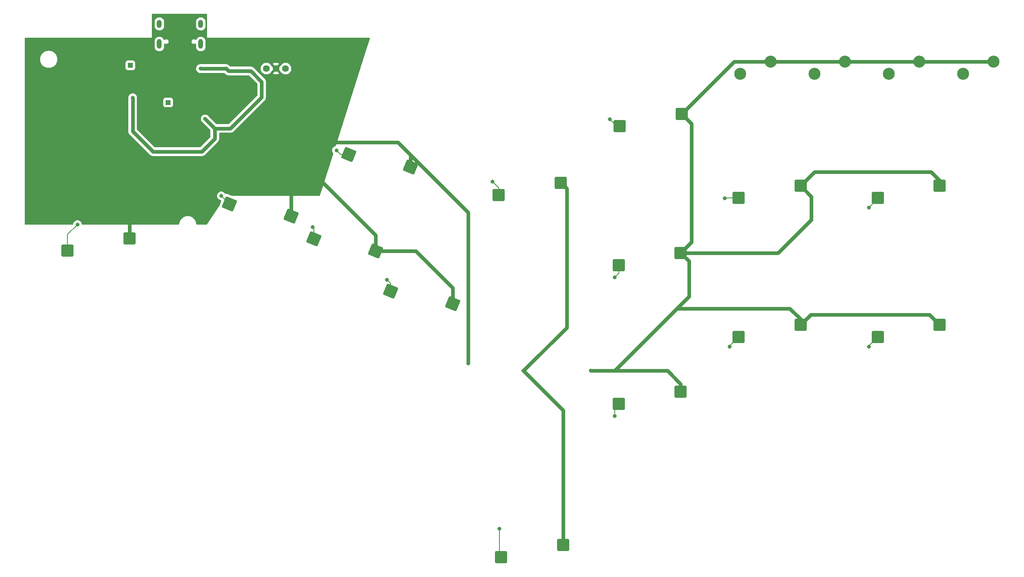
<source format=gbl>
G04 #@! TF.GenerationSoftware,KiCad,Pcbnew,8.0.4*
G04 #@! TF.CreationDate,2024-07-30T01:48:29-07:00*
G04 #@! TF.ProjectId,leverless_controller_3board,6c657665-726c-4657-9373-5f636f6e7472,rev?*
G04 #@! TF.SameCoordinates,Original*
G04 #@! TF.FileFunction,Copper,L2,Bot*
G04 #@! TF.FilePolarity,Positive*
%FSLAX46Y46*%
G04 Gerber Fmt 4.6, Leading zero omitted, Abs format (unit mm)*
G04 Created by KiCad (PCBNEW 8.0.4) date 2024-07-30 01:48:29*
%MOMM*%
%LPD*%
G01*
G04 APERTURE LIST*
G04 Aperture macros list*
%AMRoundRect*
0 Rectangle with rounded corners*
0 $1 Rounding radius*
0 $2 $3 $4 $5 $6 $7 $8 $9 X,Y pos of 4 corners*
0 Add a 4 corners polygon primitive as box body*
4,1,4,$2,$3,$4,$5,$6,$7,$8,$9,$2,$3,0*
0 Add four circle primitives for the rounded corners*
1,1,$1+$1,$2,$3*
1,1,$1+$1,$4,$5*
1,1,$1+$1,$6,$7*
1,1,$1+$1,$8,$9*
0 Add four rect primitives between the rounded corners*
20,1,$1+$1,$2,$3,$4,$5,0*
20,1,$1+$1,$4,$5,$6,$7,0*
20,1,$1+$1,$6,$7,$8,$9,0*
20,1,$1+$1,$8,$9,$2,$3,0*%
G04 Aperture macros list end*
G04 #@! TA.AperFunction,SMDPad,CuDef*
%ADD10RoundRect,0.250000X-1.025000X-1.000000X1.025000X-1.000000X1.025000X1.000000X-1.025000X1.000000X0*%
G04 #@! TD*
G04 #@! TA.AperFunction,ComponentPad*
%ADD11C,0.600000*%
G04 #@! TD*
G04 #@! TA.AperFunction,ComponentPad*
%ADD12C,2.500000*%
G04 #@! TD*
G04 #@! TA.AperFunction,SMDPad,CuDef*
%ADD13RoundRect,0.250000X-1.329660X-0.531629X0.564293X-1.316130X1.329660X0.531629X-0.564293X1.316130X0*%
G04 #@! TD*
G04 #@! TA.AperFunction,ComponentPad*
%ADD14C,1.400000*%
G04 #@! TD*
G04 #@! TA.AperFunction,ComponentPad*
%ADD15R,1.000000X1.000000*%
G04 #@! TD*
G04 #@! TA.AperFunction,ComponentPad*
%ADD16O,1.000000X2.000000*%
G04 #@! TD*
G04 #@! TA.AperFunction,ComponentPad*
%ADD17O,1.000000X1.700000*%
G04 #@! TD*
G04 #@! TA.AperFunction,ViaPad*
%ADD18C,0.800000*%
G04 #@! TD*
G04 #@! TA.AperFunction,Conductor*
%ADD19C,0.800000*%
G04 #@! TD*
G04 #@! TA.AperFunction,Conductor*
%ADD20C,0.150000*%
G04 #@! TD*
G04 APERTURE END LIST*
D10*
G04 #@! TO.P,SW9_HK1,1,1*
G04 #@! TO.N,/Buttons/R2*
X221848943Y-87460000D03*
G04 #@! TO.P,SW9_HK1,2,2*
G04 #@! TO.N,GND*
X234775943Y-84920000D03*
G04 #@! TD*
D11*
G04 #@! TO.P,,57,GND*
G04 #@! TO.N,GND*
X83700000Y-36840000D03*
G04 #@! TD*
G04 #@! TO.P,,57,GND*
G04 #@! TO.N,GND*
X85732000Y-36840000D03*
G04 #@! TD*
D12*
G04 #@! TO.P,SW11_START1,1,1*
G04 #@! TO.N,/Buttons/S2*
X193190000Y-32540000D03*
G04 #@! TO.P,SW11_START1,2,2*
G04 #@! TO.N,GND*
X199540000Y-30000000D03*
G04 #@! TD*
D11*
G04 #@! TO.P,,57,GND*
G04 #@! TO.N,GND*
X85732000Y-35824000D03*
G04 #@! TD*
G04 #@! TO.P,,57,GND*
G04 #@! TO.N,GND*
X85732000Y-37856000D03*
G04 #@! TD*
D13*
G04 #@! TO.P,SW20_RIGHT1,1,1*
G04 #@! TO.N,RIGHT*
X120330272Y-77942034D03*
G04 #@! TO.P,SW20_RIGHT1,2,2*
G04 #@! TO.N,GND*
X133245279Y-80542329D03*
G04 #@! TD*
G04 #@! TO.P,SW18_DOWN1,1,1*
G04 #@! TO.N,DOWN*
X104261101Y-66956396D03*
G04 #@! TO.P,SW18_DOWN1,2,2*
G04 #@! TO.N,GND*
X117176108Y-69556691D03*
G04 #@! TD*
D14*
G04 #@! TO.P,J2,1,Pin_1*
G04 #@! TO.N,/Main/SWCLK*
X98380000Y-31430000D03*
G04 #@! TO.P,J2,2,Pin_2*
G04 #@! TO.N,GND*
X96380000Y-31430000D03*
G04 #@! TO.P,J2,3,Pin_3*
G04 #@! TO.N,/Main/SWDIO*
X94380000Y-31430000D03*
G04 #@! TD*
D13*
G04 #@! TO.P,SW17_W1,1,1*
G04 #@! TO.N,W*
X111551220Y-49356491D03*
G04 #@! TO.P,SW17_W1,2,2*
G04 #@! TO.N,GND*
X124466227Y-51956786D03*
G04 #@! TD*
D10*
G04 #@! TO.P,SW3_MK1,1,1*
G04 #@! TO.N,/Buttons/B2*
X192848943Y-87460000D03*
G04 #@! TO.P,SW3_MK1,2,2*
G04 #@! TO.N,GND*
X205775943Y-84920000D03*
G04 #@! TD*
D15*
G04 #@! TO.P,TP1,1,1*
G04 #@! TO.N,+3.3V*
X66000000Y-30750000D03*
G04 #@! TD*
G04 #@! TO.P,TP2,1,1*
G04 #@! TO.N,+1V1*
X73900000Y-38500000D03*
G04 #@! TD*
D10*
G04 #@! TO.P,SW2_LK1,1,1*
G04 #@! TO.N,/Buttons/B1*
X167848943Y-101460000D03*
G04 #@! TO.P,SW2_LK1,2,2*
G04 #@! TO.N,GND*
X180775943Y-98920000D03*
G04 #@! TD*
G04 #@! TO.P,SW8_DP1,1,1*
G04 #@! TO.N,L2*
X52915000Y-69451696D03*
G04 #@! TO.P,SW8_DP1,2,2*
G04 #@! TO.N,GND*
X65842000Y-66911696D03*
G04 #@! TD*
G04 #@! TO.P,SW12_THROW1,1,1*
G04 #@! TO.N,/Buttons/L3*
X142830906Y-57814124D03*
G04 #@! TO.P,SW12_THROW1,2,2*
G04 #@! TO.N,GND*
X155757906Y-55274124D03*
G04 #@! TD*
D11*
G04 #@! TO.P,,57,GND*
G04 #@! TO.N,GND*
X84716000Y-37856000D03*
G04 #@! TD*
G04 #@! TO.P,,57,GND*
G04 #@! TO.N,GND*
X84716000Y-35824000D03*
G04 #@! TD*
G04 #@! TO.P,,57,GND*
G04 #@! TO.N,GND*
X84716000Y-36840000D03*
G04 #@! TD*
D16*
G04 #@! TO.P,J1,S1,SHIELD*
G04 #@! TO.N,Net-(J1-SHIELD)*
X80700000Y-26295000D03*
D17*
X80700000Y-22100000D03*
D16*
X72060000Y-26295000D03*
D17*
X72060000Y-22100000D03*
G04 #@! TD*
D10*
G04 #@! TO.P,SW5_MP1,1,1*
G04 #@! TO.N,/Buttons/B4*
X192848943Y-58460000D03*
G04 #@! TO.P,SW5_MP1,2,2*
G04 #@! TO.N,GND*
X205775943Y-55920000D03*
G04 #@! TD*
G04 #@! TO.P,SW6_DI1,1,1*
G04 #@! TO.N,/Buttons/L1*
X168029257Y-43460561D03*
G04 #@! TO.P,SW6_DI1,2,2*
G04 #@! TO.N,GND*
X180956257Y-40920561D03*
G04 #@! TD*
D13*
G04 #@! TO.P,SW19_LEFT1,1,1*
G04 #@! TO.N,LEFT*
X86661196Y-59666277D03*
G04 #@! TO.P,SW19_LEFT1,2,2*
G04 #@! TO.N,GND*
X99576203Y-62266572D03*
G04 #@! TD*
D10*
G04 #@! TO.P,SW4_LP1,1,1*
G04 #@! TO.N,/Buttons/B3*
X167848943Y-72460000D03*
G04 #@! TO.P,SW4_LP1,2,2*
G04 #@! TO.N,GND*
X180775943Y-69920000D03*
G04 #@! TD*
G04 #@! TO.P,SW7_HP1,1,1*
G04 #@! TO.N,/Buttons/R1*
X221848943Y-58460000D03*
G04 #@! TO.P,SW7_HP1,2,2*
G04 #@! TO.N,GND*
X234775943Y-55920000D03*
G04 #@! TD*
G04 #@! TO.P,SW16_SPACE1,1,1*
G04 #@! TO.N,/Buttons/SPACE*
X143355000Y-133470000D03*
G04 #@! TO.P,SW16_SPACE1,2,2*
G04 #@! TO.N,GND*
X156282000Y-130930000D03*
G04 #@! TD*
D12*
G04 #@! TO.P,SW10_SHARE1,1,1*
G04 #@! TO.N,/Buttons/S1*
X208690000Y-32540000D03*
G04 #@! TO.P,SW10_SHARE1,2,2*
G04 #@! TO.N,GND*
X215040000Y-30000000D03*
G04 #@! TD*
D11*
G04 #@! TO.P,,57,GND*
G04 #@! TO.N,GND*
X83700000Y-37856000D03*
G04 #@! TD*
G04 #@! TO.P,,57,GND*
G04 #@! TO.N,GND*
X83700000Y-35824000D03*
G04 #@! TD*
D12*
G04 #@! TO.P,SW15_TOUCHPAD1,1,1*
G04 #@! TO.N,/Buttons/A2*
X239690000Y-32540000D03*
G04 #@! TO.P,SW15_TOUCHPAD1,2,2*
G04 #@! TO.N,GND*
X246040000Y-30000000D03*
G04 #@! TD*
G04 #@! TO.P,SW14_PS1,1,1*
G04 #@! TO.N,/Buttons/A1*
X224190000Y-32540000D03*
G04 #@! TO.P,SW14_PS1,2,2*
G04 #@! TO.N,GND*
X230540000Y-30000000D03*
G04 #@! TD*
D18*
G04 #@! TO.N,GND*
X89380000Y-43430000D03*
X88500000Y-29000000D03*
X76778500Y-41602500D03*
X71880000Y-33930000D03*
X81668000Y-45222000D03*
X136500000Y-93000000D03*
X70873000Y-31252000D03*
X89669000Y-38364000D03*
X148000000Y-94500000D03*
X91880000Y-34430000D03*
X162000000Y-94500000D03*
X54880000Y-39930000D03*
X78880000Y-30930000D03*
X68968000Y-39761000D03*
X98813000Y-35189000D03*
G04 #@! TO.N,+3.3V*
X66500000Y-37500000D03*
X81630000Y-41930000D03*
X93380000Y-34180000D03*
X80630000Y-31430000D03*
X86880000Y-43930000D03*
X86000000Y-31430000D03*
G04 #@! TO.N,/Buttons/L3*
X141500000Y-55000000D03*
G04 #@! TO.N,/Buttons/L1*
X166000000Y-42000000D03*
G04 #@! TO.N,/Buttons/R1*
X220000000Y-60500000D03*
G04 #@! TO.N,/Buttons/B4*
X190000000Y-58500000D03*
G04 #@! TO.N,/Buttons/B3*
X167000000Y-75000000D03*
G04 #@! TO.N,/Buttons/R2*
X220000000Y-89500000D03*
G04 #@! TO.N,/Buttons/B2*
X191000000Y-89500000D03*
G04 #@! TO.N,/Buttons/B1*
X167000000Y-104000000D03*
G04 #@! TO.N,/Buttons/SPACE*
X143000000Y-127500000D03*
G04 #@! TO.N,DOWN*
X104000000Y-64500000D03*
G04 #@! TO.N,RIGHT*
X119500000Y-75500000D03*
G04 #@! TO.N,LEFT*
X85000000Y-58000000D03*
G04 #@! TO.N,L2*
X55000000Y-64000000D03*
G04 #@! TO.N,W*
X109000000Y-48500000D03*
G04 #@! TD*
D19*
G04 #@! TO.N,GND*
X117176108Y-66176108D02*
X105000000Y-54000000D01*
X208000000Y-63000000D02*
X201080000Y-69920000D01*
X233000000Y-53000000D02*
X208695943Y-53000000D01*
X207880943Y-82815000D02*
X205775943Y-84920000D01*
X183000000Y-42964304D02*
X180956257Y-40920561D01*
X208695943Y-53000000D02*
X205775943Y-55920000D01*
X201080000Y-69920000D02*
X190775943Y-69920000D01*
X178000000Y-94500000D02*
X162000000Y-94500000D01*
X167000000Y-94500000D02*
X162000000Y-94500000D01*
X234775943Y-84920000D02*
X232670943Y-82815000D01*
X182500000Y-79000000D02*
X167000000Y-94500000D01*
X124466227Y-51956786D02*
X124466227Y-49466227D01*
X234775943Y-54775943D02*
X233000000Y-53000000D01*
X157000000Y-56516218D02*
X155757906Y-55274124D01*
X124466227Y-49466227D02*
X121800000Y-46800000D01*
X121800000Y-46800000D02*
X108200000Y-46800000D01*
X191876818Y-30000000D02*
X180956257Y-40920561D01*
X117176108Y-69556691D02*
X117176108Y-66176108D01*
X99576203Y-62266572D02*
X99576203Y-57076203D01*
X180775943Y-98920000D02*
X180775943Y-97275943D01*
X246040000Y-30000000D02*
X199540000Y-30000000D01*
X148000000Y-94500000D02*
X157000000Y-85500000D01*
X232670943Y-82815000D02*
X207880943Y-82815000D01*
X205775943Y-55920000D02*
X208000000Y-58144057D01*
X136500000Y-61500000D02*
X121800000Y-46800000D01*
X234775943Y-55920000D02*
X234775943Y-54775943D01*
X133245279Y-80542329D02*
X133245279Y-77245279D01*
X182500000Y-71644057D02*
X182500000Y-79000000D01*
X180775943Y-69920000D02*
X182500000Y-71644057D01*
X180775943Y-97275943D02*
X178000000Y-94500000D01*
X65842000Y-63158000D02*
X66000000Y-63000000D01*
X156282000Y-130930000D02*
X156282000Y-102782000D01*
X180775943Y-69920000D02*
X183000000Y-67695943D01*
X199540000Y-30000000D02*
X191876818Y-30000000D01*
X208000000Y-58144057D02*
X208000000Y-63000000D01*
X157000000Y-85500000D02*
X157000000Y-56516218D01*
X65842000Y-66911696D02*
X65842000Y-63158000D01*
X205775943Y-83775943D02*
X203500000Y-81500000D01*
X203500000Y-81500000D02*
X180000000Y-81500000D01*
X156282000Y-102782000D02*
X148000000Y-94500000D01*
X136500000Y-93000000D02*
X136500000Y-61500000D01*
X205775943Y-84920000D02*
X205775943Y-83775943D01*
X180775943Y-69920000D02*
X190775943Y-69920000D01*
X125556691Y-69556691D02*
X117176108Y-69556691D01*
X133245279Y-77245279D02*
X125556691Y-69556691D01*
X180000000Y-81500000D02*
X167000000Y-94500000D01*
X183000000Y-67695943D02*
X183000000Y-42964304D01*
G04 #@! TO.N,+3.3V*
X91130000Y-31930000D02*
X93380000Y-34180000D01*
X83630000Y-46054000D02*
X83630000Y-43930000D01*
X93380000Y-37430000D02*
X86880000Y-43930000D01*
X93380000Y-34180000D02*
X93380000Y-37430000D01*
X70746000Y-48778000D02*
X80906000Y-48778000D01*
X86000000Y-31430000D02*
X80630000Y-31430000D01*
X86880000Y-43930000D02*
X83630000Y-43930000D01*
X66500000Y-44532000D02*
X70746000Y-48778000D01*
X86000000Y-31430000D02*
X86500000Y-31930000D01*
X66500000Y-37500000D02*
X66500000Y-44532000D01*
X83630000Y-43930000D02*
X81630000Y-41930000D01*
X80906000Y-48778000D02*
X83630000Y-46054000D01*
X86500000Y-31930000D02*
X91130000Y-31930000D01*
D20*
G04 #@! TO.N,/Buttons/L3*
X142830906Y-56330906D02*
X141500000Y-55000000D01*
X142830906Y-57814124D02*
X142830906Y-56330906D01*
G04 #@! TO.N,/Buttons/L1*
X167460561Y-43460561D02*
X166000000Y-42000000D01*
X168029257Y-43460561D02*
X167460561Y-43460561D01*
G04 #@! TO.N,/Buttons/R1*
X221848943Y-58460000D02*
X221848943Y-57848943D01*
X221848943Y-58460000D02*
X221848943Y-58651057D01*
X221848943Y-58651057D02*
X220000000Y-60500000D01*
G04 #@! TO.N,/Buttons/B4*
X192848943Y-58460000D02*
X190040000Y-58460000D01*
G04 #@! TO.N,/Buttons/B3*
X167848943Y-72460000D02*
X167848943Y-74151057D01*
X167848943Y-74151057D02*
X167000000Y-75000000D01*
G04 #@! TO.N,/Buttons/R2*
X220000000Y-89308943D02*
X221848943Y-87460000D01*
X220000000Y-89500000D02*
X220000000Y-89308943D01*
G04 #@! TO.N,/Buttons/B2*
X191000000Y-89500000D02*
X191000000Y-89308943D01*
X191000000Y-89308943D02*
X192848943Y-87460000D01*
G04 #@! TO.N,/Buttons/B1*
X167000000Y-102308943D02*
X167848943Y-101460000D01*
X167000000Y-104000000D02*
X167000000Y-102308943D01*
G04 #@! TO.N,/Buttons/SPACE*
X143000000Y-127500000D02*
X143000000Y-133115000D01*
X143000000Y-133115000D02*
X143355000Y-133470000D01*
G04 #@! TO.N,DOWN*
X104261101Y-64761101D02*
X104261101Y-66956396D01*
X104000000Y-64500000D02*
X104261101Y-64761101D01*
G04 #@! TO.N,RIGHT*
X120330272Y-76330272D02*
X119500000Y-75500000D01*
X120330272Y-77942034D02*
X120330272Y-76330272D01*
G04 #@! TO.N,LEFT*
X86661196Y-59666277D02*
X85000000Y-58005081D01*
X85000000Y-58005081D02*
X85000000Y-58000000D01*
G04 #@! TO.N,L2*
X52915000Y-66085000D02*
X55000000Y-64000000D01*
X52915000Y-69451696D02*
X52915000Y-66085000D01*
G04 #@! TO.N,W*
X109856491Y-49356491D02*
X109000000Y-48500000D01*
X111551220Y-49356491D02*
X109856491Y-49356491D01*
G04 #@! TD*
G04 #@! TA.AperFunction,Conductor*
G04 #@! TO.N,GND*
G36*
X81943039Y-20019685D02*
G01*
X81988794Y-20072489D01*
X82000000Y-20124000D01*
X82000000Y-25000000D01*
X115830420Y-25000000D01*
X115897459Y-25019685D01*
X115943214Y-25072489D01*
X115953158Y-25141647D01*
X115948583Y-25161594D01*
X115040237Y-28016398D01*
X108824138Y-47552705D01*
X108785053Y-47610620D01*
X108731761Y-47636397D01*
X108720199Y-47638854D01*
X108720192Y-47638857D01*
X108547270Y-47715848D01*
X108547265Y-47715851D01*
X108394129Y-47827111D01*
X108267466Y-47967785D01*
X108172821Y-48131715D01*
X108172818Y-48131722D01*
X108114327Y-48311740D01*
X108114326Y-48311744D01*
X108094540Y-48500000D01*
X108114326Y-48688256D01*
X108114327Y-48688259D01*
X108172818Y-48868277D01*
X108172821Y-48868284D01*
X108267467Y-49032216D01*
X108283383Y-49049892D01*
X108313613Y-49112883D01*
X108309397Y-49170462D01*
X105527492Y-57913597D01*
X105488407Y-57971512D01*
X105424216Y-57999103D01*
X105409329Y-58000000D01*
X87237388Y-58000000D01*
X87189935Y-57990561D01*
X86337903Y-57637638D01*
X86238929Y-57608006D01*
X86238927Y-57608005D01*
X86238922Y-57608004D01*
X86238919Y-57608003D01*
X86238916Y-57608003D01*
X86063945Y-57595256D01*
X85912497Y-57619695D01*
X85843178Y-57610941D01*
X85789596Y-57566100D01*
X85785357Y-57559278D01*
X85783816Y-57556608D01*
X85732533Y-57467784D01*
X85605871Y-57327112D01*
X85605870Y-57327111D01*
X85452734Y-57215851D01*
X85452729Y-57215848D01*
X85279807Y-57138857D01*
X85279802Y-57138855D01*
X85134001Y-57107865D01*
X85094646Y-57099500D01*
X84905354Y-57099500D01*
X84872897Y-57106398D01*
X84720197Y-57138855D01*
X84720192Y-57138857D01*
X84547270Y-57215848D01*
X84547265Y-57215851D01*
X84394129Y-57327111D01*
X84267466Y-57467785D01*
X84172821Y-57631715D01*
X84172818Y-57631722D01*
X84114327Y-57811740D01*
X84114326Y-57811744D01*
X84094540Y-58000000D01*
X84114326Y-58188256D01*
X84114327Y-58188259D01*
X84172818Y-58368277D01*
X84172821Y-58368284D01*
X84267467Y-58532216D01*
X84394129Y-58672888D01*
X84547265Y-58784148D01*
X84547270Y-58784151D01*
X84720192Y-58861142D01*
X84720197Y-58861144D01*
X84898529Y-58899049D01*
X84960010Y-58932241D01*
X84993787Y-58993404D01*
X84989135Y-59063119D01*
X84987309Y-59067792D01*
X84619027Y-59956905D01*
X84589395Y-60055879D01*
X84589392Y-60055892D01*
X84586858Y-60090685D01*
X84566360Y-60150458D01*
X82036811Y-63944783D01*
X81983246Y-63989644D01*
X81933637Y-64000000D01*
X79904288Y-64000000D01*
X79837249Y-63980315D01*
X79791494Y-63927511D01*
X79781351Y-63887281D01*
X79781030Y-63887324D01*
X79780667Y-63884569D01*
X79780554Y-63884120D01*
X79780500Y-63883299D01*
X79763973Y-63757763D01*
X79750035Y-63651896D01*
X79689626Y-63426449D01*
X79600308Y-63210815D01*
X79600306Y-63210812D01*
X79600304Y-63210807D01*
X79483612Y-63008692D01*
X79483608Y-63008685D01*
X79341523Y-62823516D01*
X79341518Y-62823510D01*
X79176489Y-62658481D01*
X79176482Y-62658475D01*
X78991323Y-62516398D01*
X78991321Y-62516396D01*
X78991315Y-62516392D01*
X78991310Y-62516389D01*
X78991307Y-62516387D01*
X78789192Y-62399695D01*
X78789181Y-62399690D01*
X78573555Y-62310375D01*
X78348100Y-62249964D01*
X78116709Y-62219501D01*
X78116706Y-62219500D01*
X78116700Y-62219500D01*
X77883300Y-62219500D01*
X77883294Y-62219500D01*
X77883290Y-62219501D01*
X77651899Y-62249964D01*
X77426444Y-62310375D01*
X77210818Y-62399690D01*
X77210807Y-62399695D01*
X77008692Y-62516387D01*
X77008676Y-62516398D01*
X76823517Y-62658475D01*
X76823510Y-62658481D01*
X76658481Y-62823510D01*
X76658475Y-62823517D01*
X76516398Y-63008676D01*
X76516387Y-63008692D01*
X76399695Y-63210807D01*
X76399690Y-63210818D01*
X76310375Y-63426444D01*
X76249964Y-63651899D01*
X76219499Y-63883299D01*
X76219446Y-63884120D01*
X76219361Y-63884350D01*
X76218970Y-63887324D01*
X76218304Y-63887236D01*
X76195414Y-63949727D01*
X76139727Y-63991925D01*
X76095712Y-64000000D01*
X56017110Y-64000000D01*
X55950071Y-63980315D01*
X55904316Y-63927511D01*
X55893790Y-63888964D01*
X55885674Y-63811744D01*
X55827179Y-63631716D01*
X55732533Y-63467784D01*
X55605871Y-63327112D01*
X55541272Y-63280178D01*
X55452734Y-63215851D01*
X55452729Y-63215848D01*
X55279807Y-63138857D01*
X55279802Y-63138855D01*
X55134001Y-63107865D01*
X55094646Y-63099500D01*
X54905354Y-63099500D01*
X54872897Y-63106398D01*
X54720197Y-63138855D01*
X54720192Y-63138857D01*
X54547270Y-63215848D01*
X54547265Y-63215851D01*
X54394129Y-63327111D01*
X54267466Y-63467785D01*
X54172821Y-63631715D01*
X54172818Y-63631722D01*
X54119718Y-63795149D01*
X54114326Y-63811744D01*
X54106210Y-63888963D01*
X54079627Y-63953576D01*
X54022329Y-63993561D01*
X53982890Y-64000000D01*
X44124000Y-64000000D01*
X44056961Y-63980315D01*
X44011206Y-63927511D01*
X44000000Y-63876000D01*
X44000000Y-37499999D01*
X65594540Y-37499999D01*
X65598821Y-37540731D01*
X65599500Y-37553692D01*
X65599500Y-44620696D01*
X65634103Y-44794658D01*
X65634105Y-44794666D01*
X65668046Y-44876606D01*
X65668046Y-44876607D01*
X65701984Y-44958542D01*
X65701985Y-44958544D01*
X65761063Y-45046960D01*
X65761064Y-45046961D01*
X65800534Y-45106034D01*
X65800535Y-45106035D01*
X65800536Y-45106036D01*
X70046536Y-49352035D01*
X70171962Y-49477461D01*
X70171966Y-49477465D01*
X70231039Y-49516936D01*
X70319453Y-49576013D01*
X70367452Y-49595895D01*
X70483334Y-49643895D01*
X70657303Y-49678499D01*
X70657307Y-49678500D01*
X70657308Y-49678500D01*
X80994693Y-49678500D01*
X80994694Y-49678499D01*
X81168666Y-49643895D01*
X81250606Y-49609953D01*
X81332547Y-49576013D01*
X81332549Y-49576011D01*
X81332552Y-49576010D01*
X81420955Y-49516939D01*
X81420955Y-49516938D01*
X81420959Y-49516936D01*
X81480036Y-49477464D01*
X84329464Y-46628035D01*
X84428013Y-46480547D01*
X84447895Y-46432547D01*
X84495895Y-46316666D01*
X84530500Y-46142692D01*
X84530500Y-45965308D01*
X84530500Y-44954500D01*
X84550185Y-44887461D01*
X84602989Y-44841706D01*
X84654500Y-44830500D01*
X86974645Y-44830500D01*
X86974646Y-44830500D01*
X87060699Y-44812208D01*
X87062134Y-44811912D01*
X87142666Y-44795895D01*
X87142671Y-44795893D01*
X87148495Y-44794127D01*
X87148628Y-44794568D01*
X87159319Y-44791247D01*
X87159509Y-44791206D01*
X87159803Y-44791144D01*
X87234057Y-44758082D01*
X87236955Y-44756837D01*
X87306547Y-44728013D01*
X87307633Y-44727287D01*
X87326095Y-44717104D01*
X87332730Y-44714151D01*
X87393039Y-44670333D01*
X87396966Y-44667595D01*
X87454036Y-44629464D01*
X87459735Y-44623763D01*
X87474533Y-44611124D01*
X87485871Y-44602888D01*
X87531265Y-44552471D01*
X87535697Y-44547801D01*
X94079464Y-38004036D01*
X94118936Y-37944959D01*
X94178013Y-37856547D01*
X94222353Y-37749500D01*
X94245895Y-37692666D01*
X94280500Y-37518692D01*
X94280500Y-37341308D01*
X94280500Y-34233692D01*
X94281179Y-34220731D01*
X94285460Y-34180000D01*
X94281179Y-34139266D01*
X94280500Y-34126306D01*
X94280500Y-34091309D01*
X94272360Y-34050393D01*
X94270656Y-34039156D01*
X94265674Y-33991744D01*
X94255095Y-33959189D01*
X94251412Y-33945075D01*
X94245895Y-33917334D01*
X94227350Y-33872563D01*
X94223986Y-33863442D01*
X94207180Y-33811718D01*
X94207179Y-33811716D01*
X94193426Y-33787896D01*
X94186257Y-33773359D01*
X94180341Y-33759075D01*
X94178695Y-33754474D01*
X94178013Y-33753453D01*
X94147368Y-33707591D01*
X94143088Y-33700708D01*
X94112531Y-33647781D01*
X94112530Y-33647780D01*
X94098637Y-33632350D01*
X94087684Y-33618268D01*
X94079464Y-33605965D01*
X94035724Y-33562225D01*
X94031255Y-33557516D01*
X93985872Y-33507113D01*
X93985871Y-33507112D01*
X93974525Y-33498869D01*
X93959734Y-33486235D01*
X93954035Y-33480536D01*
X91903500Y-31429999D01*
X93174357Y-31429999D01*
X93174357Y-31430000D01*
X93194884Y-31651535D01*
X93194885Y-31651537D01*
X93255769Y-31865523D01*
X93255775Y-31865538D01*
X93354938Y-32064683D01*
X93354943Y-32064691D01*
X93489020Y-32242238D01*
X93653437Y-32392123D01*
X93653439Y-32392125D01*
X93842595Y-32509245D01*
X93842596Y-32509245D01*
X93842599Y-32509247D01*
X94050060Y-32589618D01*
X94268757Y-32630500D01*
X94268759Y-32630500D01*
X94491241Y-32630500D01*
X94491243Y-32630500D01*
X94709940Y-32589618D01*
X94917401Y-32509247D01*
X95034280Y-32436879D01*
X95726672Y-32436879D01*
X95726672Y-32436880D01*
X95842821Y-32508797D01*
X95842822Y-32508798D01*
X96050195Y-32589134D01*
X96268807Y-32630000D01*
X96491193Y-32630000D01*
X96709809Y-32589133D01*
X96917168Y-32508801D01*
X96917181Y-32508795D01*
X97033326Y-32436879D01*
X96380001Y-31783553D01*
X96380000Y-31783553D01*
X95726672Y-32436879D01*
X95034280Y-32436879D01*
X95106562Y-32392124D01*
X95270981Y-32242236D01*
X95405058Y-32064689D01*
X95409232Y-32056305D01*
X95432553Y-32023892D01*
X96026447Y-31430000D01*
X95980369Y-31383922D01*
X96030000Y-31383922D01*
X96030000Y-31476078D01*
X96053852Y-31565095D01*
X96099930Y-31644905D01*
X96165095Y-31710070D01*
X96244905Y-31756148D01*
X96333922Y-31780000D01*
X96426078Y-31780000D01*
X96515095Y-31756148D01*
X96594905Y-31710070D01*
X96660070Y-31644905D01*
X96706148Y-31565095D01*
X96730000Y-31476078D01*
X96730000Y-31429999D01*
X96733553Y-31429999D01*
X96733553Y-31430000D01*
X97327447Y-32023894D01*
X97350765Y-32056301D01*
X97354942Y-32064689D01*
X97489020Y-32242238D01*
X97653437Y-32392123D01*
X97653439Y-32392125D01*
X97842595Y-32509245D01*
X97842596Y-32509245D01*
X97842599Y-32509247D01*
X98050060Y-32589618D01*
X98268757Y-32630500D01*
X98268759Y-32630500D01*
X98491241Y-32630500D01*
X98491243Y-32630500D01*
X98709940Y-32589618D01*
X98917401Y-32509247D01*
X99106562Y-32392124D01*
X99270981Y-32242236D01*
X99405058Y-32064689D01*
X99504229Y-31865528D01*
X99565115Y-31651536D01*
X99585643Y-31430000D01*
X99572593Y-31289171D01*
X99565115Y-31208464D01*
X99565114Y-31208462D01*
X99563341Y-31202231D01*
X99504229Y-30994472D01*
X99504224Y-30994461D01*
X99405061Y-30795316D01*
X99405056Y-30795308D01*
X99270979Y-30617761D01*
X99106562Y-30467876D01*
X99106560Y-30467874D01*
X98917404Y-30350754D01*
X98917398Y-30350752D01*
X98709940Y-30270382D01*
X98491243Y-30229500D01*
X98268757Y-30229500D01*
X98050060Y-30270382D01*
X97918864Y-30321207D01*
X97842601Y-30350752D01*
X97842595Y-30350754D01*
X97653439Y-30467874D01*
X97653437Y-30467876D01*
X97489019Y-30617762D01*
X97489017Y-30617765D01*
X97354943Y-30795309D01*
X97354940Y-30795313D01*
X97350763Y-30803702D01*
X97327448Y-30836103D01*
X96733553Y-31429999D01*
X96730000Y-31429999D01*
X96730000Y-31383922D01*
X96706148Y-31294905D01*
X96660070Y-31215095D01*
X96594905Y-31149930D01*
X96515095Y-31103852D01*
X96426078Y-31080000D01*
X96333922Y-31080000D01*
X96244905Y-31103852D01*
X96165095Y-31149930D01*
X96099930Y-31215095D01*
X96053852Y-31294905D01*
X96030000Y-31383922D01*
X95980369Y-31383922D01*
X95432553Y-30836106D01*
X95409233Y-30803695D01*
X95405060Y-30795315D01*
X95405056Y-30795308D01*
X95270979Y-30617761D01*
X95106562Y-30467876D01*
X95106560Y-30467874D01*
X95034278Y-30423119D01*
X95726671Y-30423119D01*
X96380000Y-31076447D01*
X96380001Y-31076447D01*
X97033327Y-30423119D01*
X96917178Y-30351202D01*
X96917177Y-30351201D01*
X96709804Y-30270865D01*
X96491193Y-30230000D01*
X96268807Y-30230000D01*
X96050195Y-30270865D01*
X95842824Y-30351200D01*
X95842823Y-30351201D01*
X95726671Y-30423119D01*
X95034278Y-30423119D01*
X94917404Y-30350754D01*
X94917398Y-30350752D01*
X94709940Y-30270382D01*
X94491243Y-30229500D01*
X94268757Y-30229500D01*
X94050060Y-30270382D01*
X93918864Y-30321207D01*
X93842601Y-30350752D01*
X93842595Y-30350754D01*
X93653439Y-30467874D01*
X93653437Y-30467876D01*
X93489020Y-30617761D01*
X93354943Y-30795308D01*
X93354938Y-30795316D01*
X93255775Y-30994461D01*
X93255769Y-30994476D01*
X93194885Y-31208462D01*
X93194884Y-31208464D01*
X93174357Y-31429999D01*
X91903500Y-31429999D01*
X91704041Y-31230540D01*
X91704038Y-31230537D01*
X91642808Y-31189625D01*
X91556544Y-31131985D01*
X91556542Y-31131984D01*
X91474607Y-31098046D01*
X91474606Y-31098046D01*
X91392666Y-31064105D01*
X91392658Y-31064103D01*
X91218696Y-31029500D01*
X91218692Y-31029500D01*
X91218691Y-31029500D01*
X86924362Y-31029500D01*
X86857323Y-31009815D01*
X86836681Y-30993181D01*
X86655716Y-30812216D01*
X86651246Y-30807506D01*
X86605875Y-30757115D01*
X86605871Y-30757112D01*
X86594531Y-30748873D01*
X86579738Y-30736238D01*
X86574036Y-30730536D01*
X86573687Y-30730303D01*
X86517021Y-30692439D01*
X86513028Y-30689656D01*
X86452732Y-30645850D01*
X86452728Y-30645848D01*
X86446092Y-30642893D01*
X86427643Y-30632719D01*
X86426551Y-30631989D01*
X86426546Y-30631986D01*
X86356993Y-30603177D01*
X86354010Y-30601895D01*
X86279806Y-30568857D01*
X86279804Y-30568856D01*
X86279803Y-30568856D01*
X86279294Y-30568747D01*
X86268632Y-30565437D01*
X86268500Y-30565874D01*
X86262667Y-30564105D01*
X86182222Y-30548103D01*
X86180633Y-30547776D01*
X86094650Y-30529500D01*
X86094646Y-30529500D01*
X86088691Y-30529500D01*
X80724646Y-30529500D01*
X80535354Y-30529500D01*
X80535350Y-30529500D01*
X80449334Y-30547783D01*
X80447745Y-30548110D01*
X80367336Y-30564105D01*
X80361514Y-30565871D01*
X80361382Y-30565437D01*
X80350720Y-30568744D01*
X80350200Y-30568854D01*
X80350199Y-30568854D01*
X80275969Y-30601904D01*
X80272986Y-30603185D01*
X80203457Y-30631984D01*
X80203450Y-30631988D01*
X80202346Y-30632726D01*
X80183911Y-30642892D01*
X80177272Y-30645848D01*
X80177264Y-30645853D01*
X80116976Y-30689653D01*
X80112986Y-30692434D01*
X80055968Y-30730533D01*
X80055958Y-30730542D01*
X80050253Y-30736246D01*
X80035472Y-30748870D01*
X80024129Y-30757111D01*
X80024126Y-30757114D01*
X79978742Y-30807517D01*
X79974277Y-30812222D01*
X79930539Y-30855961D01*
X79930532Y-30855969D01*
X79922310Y-30868275D01*
X79911362Y-30882350D01*
X79897472Y-30897776D01*
X79897467Y-30897784D01*
X79866914Y-30950703D01*
X79862630Y-30957591D01*
X79831988Y-31003450D01*
X79823741Y-31023360D01*
X79816569Y-31037902D01*
X79802824Y-31061710D01*
X79802821Y-31061715D01*
X79786010Y-31113451D01*
X79782643Y-31122578D01*
X79764106Y-31167333D01*
X79758589Y-31195066D01*
X79754905Y-31209183D01*
X79744325Y-31241747D01*
X79739340Y-31289171D01*
X79737638Y-31300396D01*
X79729500Y-31341310D01*
X79729500Y-31376306D01*
X79728821Y-31389266D01*
X79724540Y-31429999D01*
X79728821Y-31470731D01*
X79729500Y-31483692D01*
X79729500Y-31518695D01*
X79737637Y-31559602D01*
X79739341Y-31570831D01*
X79744325Y-31618253D01*
X79744325Y-31618254D01*
X79754904Y-31650811D01*
X79758590Y-31664938D01*
X79764104Y-31692662D01*
X79764105Y-31692664D01*
X79782644Y-31737423D01*
X79786012Y-31746554D01*
X79802819Y-31798279D01*
X79802822Y-31798286D01*
X79816569Y-31822097D01*
X79823742Y-31836643D01*
X79831984Y-31856542D01*
X79862634Y-31902413D01*
X79866919Y-31909304D01*
X79897468Y-31962218D01*
X79897469Y-31962219D01*
X79911357Y-31977643D01*
X79922307Y-31991721D01*
X79930534Y-32004033D01*
X79974274Y-32047773D01*
X79978744Y-32052483D01*
X80024129Y-32102888D01*
X80024131Y-32102890D01*
X80035467Y-32111126D01*
X80050263Y-32123763D01*
X80055961Y-32129461D01*
X80055965Y-32129464D01*
X80112994Y-32167570D01*
X80116967Y-32170339D01*
X80177270Y-32214151D01*
X80183902Y-32217104D01*
X80202361Y-32227283D01*
X80203453Y-32228013D01*
X80273042Y-32256836D01*
X80275987Y-32258102D01*
X80350197Y-32291144D01*
X80350696Y-32291250D01*
X80361370Y-32294562D01*
X80361503Y-32294125D01*
X80367330Y-32295892D01*
X80367334Y-32295894D01*
X80447816Y-32311902D01*
X80449282Y-32312204D01*
X80535354Y-32330500D01*
X80541309Y-32330500D01*
X85575639Y-32330500D01*
X85642678Y-32350185D01*
X85663320Y-32366819D01*
X85800536Y-32504035D01*
X85925965Y-32629464D01*
X86073453Y-32728013D01*
X86121452Y-32747895D01*
X86237334Y-32795895D01*
X86411303Y-32830499D01*
X86411307Y-32830500D01*
X86411308Y-32830500D01*
X86411309Y-32830500D01*
X90705638Y-32830500D01*
X90772677Y-32850185D01*
X90793319Y-32866819D01*
X92443181Y-34516680D01*
X92476666Y-34578003D01*
X92479500Y-34604361D01*
X92479500Y-37005638D01*
X92459815Y-37072677D01*
X92443181Y-37093319D01*
X86543319Y-42993181D01*
X86481996Y-43026666D01*
X86455638Y-43029500D01*
X84054362Y-43029500D01*
X83987323Y-43009815D01*
X83966681Y-42993181D01*
X82285715Y-41312215D01*
X82281245Y-41307505D01*
X82235875Y-41257115D01*
X82235871Y-41257112D01*
X82224531Y-41248873D01*
X82209738Y-41236238D01*
X82204036Y-41230536D01*
X82204032Y-41230533D01*
X82204031Y-41230532D01*
X82147021Y-41192439D01*
X82143028Y-41189657D01*
X82119977Y-41172910D01*
X82082730Y-41145849D01*
X82076081Y-41142888D01*
X82057636Y-41132716D01*
X82057022Y-41132305D01*
X82056546Y-41131987D01*
X82020459Y-41117039D01*
X81986984Y-41103173D01*
X81984039Y-41101907D01*
X81909804Y-41068856D01*
X81909618Y-41068816D01*
X81909294Y-41068747D01*
X81898632Y-41065437D01*
X81898500Y-41065874D01*
X81892667Y-41064105D01*
X81812222Y-41048103D01*
X81810633Y-41047776D01*
X81724650Y-41029500D01*
X81724646Y-41029500D01*
X81535354Y-41029500D01*
X81449306Y-41047789D01*
X81447717Y-41048115D01*
X81367333Y-41064104D01*
X81361508Y-41065871D01*
X81361378Y-41065443D01*
X81350726Y-41068743D01*
X81350202Y-41068854D01*
X81350198Y-41068855D01*
X81275971Y-41101902D01*
X81272994Y-41103181D01*
X81203453Y-41131988D01*
X81203450Y-41131989D01*
X81202342Y-41132730D01*
X81183921Y-41142886D01*
X81177279Y-41145843D01*
X81177273Y-41145847D01*
X81116993Y-41189641D01*
X81113004Y-41192421D01*
X81055967Y-41230533D01*
X81055955Y-41230543D01*
X81050251Y-41236247D01*
X81035468Y-41248872D01*
X81024136Y-41257105D01*
X81024126Y-41257114D01*
X80978751Y-41307507D01*
X80974286Y-41312212D01*
X80930539Y-41355960D01*
X80930532Y-41355968D01*
X80922308Y-41368277D01*
X80911361Y-41382352D01*
X80897468Y-41397782D01*
X80897467Y-41397783D01*
X80866907Y-41450713D01*
X80862626Y-41457597D01*
X80831987Y-41503454D01*
X80823742Y-41523357D01*
X80816575Y-41537890D01*
X80802820Y-41561716D01*
X80802818Y-41561721D01*
X80786010Y-41613449D01*
X80782642Y-41622580D01*
X80764105Y-41667333D01*
X80764103Y-41667341D01*
X80758588Y-41695067D01*
X80754902Y-41709193D01*
X80744326Y-41741743D01*
X80744325Y-41741746D01*
X80739341Y-41789160D01*
X80737639Y-41800384D01*
X80729500Y-41841307D01*
X80729500Y-41876306D01*
X80728821Y-41889266D01*
X80724540Y-41929999D01*
X80728821Y-41970731D01*
X80729500Y-41983692D01*
X80729500Y-42018692D01*
X80737639Y-42059614D01*
X80739341Y-42070839D01*
X80744325Y-42118249D01*
X80744326Y-42118256D01*
X80754903Y-42150807D01*
X80758587Y-42164927D01*
X80764105Y-42192665D01*
X80764106Y-42192670D01*
X80782641Y-42237417D01*
X80786011Y-42246550D01*
X80802820Y-42298282D01*
X80816571Y-42322100D01*
X80823743Y-42336644D01*
X80831986Y-42356544D01*
X80831988Y-42356547D01*
X80862626Y-42402402D01*
X80866910Y-42409290D01*
X80897467Y-42462216D01*
X80911355Y-42477640D01*
X80922307Y-42491721D01*
X80930535Y-42504035D01*
X80974283Y-42547783D01*
X80978752Y-42552492D01*
X81024129Y-42602888D01*
X81035467Y-42611125D01*
X81050261Y-42623761D01*
X82693181Y-44266681D01*
X82726666Y-44328004D01*
X82729500Y-44354362D01*
X82729500Y-45629638D01*
X82709815Y-45696677D01*
X82693181Y-45717319D01*
X80569319Y-47841181D01*
X80507996Y-47874666D01*
X80481638Y-47877500D01*
X71170361Y-47877500D01*
X71103322Y-47857815D01*
X71082680Y-47841181D01*
X67436819Y-44195319D01*
X67403334Y-44133996D01*
X67400500Y-44107638D01*
X67400500Y-37952135D01*
X72899500Y-37952135D01*
X72899500Y-39047870D01*
X72899501Y-39047876D01*
X72905908Y-39107483D01*
X72956202Y-39242328D01*
X72956206Y-39242335D01*
X73042452Y-39357544D01*
X73042455Y-39357547D01*
X73157664Y-39443793D01*
X73157671Y-39443797D01*
X73292517Y-39494091D01*
X73292516Y-39494091D01*
X73299444Y-39494835D01*
X73352127Y-39500500D01*
X74447872Y-39500499D01*
X74507483Y-39494091D01*
X74642331Y-39443796D01*
X74757546Y-39357546D01*
X74843796Y-39242331D01*
X74894091Y-39107483D01*
X74900500Y-39047873D01*
X74900499Y-37952128D01*
X74894091Y-37892517D01*
X74843796Y-37757669D01*
X74843795Y-37757668D01*
X74843793Y-37757664D01*
X74757547Y-37642455D01*
X74757544Y-37642452D01*
X74642335Y-37556206D01*
X74642328Y-37556202D01*
X74507482Y-37505908D01*
X74507483Y-37505908D01*
X74447883Y-37499501D01*
X74447881Y-37499500D01*
X74447873Y-37499500D01*
X74447864Y-37499500D01*
X73352129Y-37499500D01*
X73352123Y-37499501D01*
X73292516Y-37505908D01*
X73157671Y-37556202D01*
X73157664Y-37556206D01*
X73042455Y-37642452D01*
X73042452Y-37642455D01*
X72956206Y-37757664D01*
X72956202Y-37757671D01*
X72905908Y-37892517D01*
X72899501Y-37952116D01*
X72899501Y-37952123D01*
X72899500Y-37952135D01*
X67400500Y-37952135D01*
X67400500Y-37553692D01*
X67401179Y-37540731D01*
X67405460Y-37500000D01*
X67401179Y-37459266D01*
X67400500Y-37446306D01*
X67400500Y-37411309D01*
X67392360Y-37370393D01*
X67390656Y-37359156D01*
X67385674Y-37311744D01*
X67375094Y-37279183D01*
X67371409Y-37265059D01*
X67365895Y-37237339D01*
X67365894Y-37237338D01*
X67365894Y-37237334D01*
X67347352Y-37192569D01*
X67343990Y-37183455D01*
X67327181Y-37131720D01*
X67327178Y-37131715D01*
X67313424Y-37107892D01*
X67306256Y-37093355D01*
X67298014Y-37073456D01*
X67298013Y-37073454D01*
X67298013Y-37073453D01*
X67267359Y-37027577D01*
X67263088Y-37020708D01*
X67232534Y-36967785D01*
X67232530Y-36967780D01*
X67218637Y-36952350D01*
X67207684Y-36938268D01*
X67199464Y-36925965D01*
X67155721Y-36882222D01*
X67151255Y-36877516D01*
X67105871Y-36827112D01*
X67105870Y-36827111D01*
X67094527Y-36818870D01*
X67079737Y-36806238D01*
X67074035Y-36800536D01*
X67017008Y-36762431D01*
X67013016Y-36759649D01*
X66952730Y-36715849D01*
X66946092Y-36712893D01*
X66927643Y-36702719D01*
X66926551Y-36701989D01*
X66926546Y-36701986D01*
X66856993Y-36673177D01*
X66854010Y-36671895D01*
X66779806Y-36638856D01*
X66779797Y-36638853D01*
X66779285Y-36638745D01*
X66768626Y-36635438D01*
X66768494Y-36635874D01*
X66762667Y-36634106D01*
X66762666Y-36634106D01*
X66762663Y-36634105D01*
X66762662Y-36634105D01*
X66682268Y-36618113D01*
X66680715Y-36617794D01*
X66594646Y-36599500D01*
X66405354Y-36599500D01*
X66405350Y-36599500D01*
X66319334Y-36617783D01*
X66317745Y-36618110D01*
X66237336Y-36634105D01*
X66231514Y-36635871D01*
X66231382Y-36635437D01*
X66220720Y-36638744D01*
X66220200Y-36638854D01*
X66220199Y-36638854D01*
X66145969Y-36671904D01*
X66142986Y-36673185D01*
X66073457Y-36701984D01*
X66073450Y-36701988D01*
X66072346Y-36702726D01*
X66053911Y-36712892D01*
X66047272Y-36715848D01*
X66047264Y-36715853D01*
X65986976Y-36759653D01*
X65982986Y-36762434D01*
X65925968Y-36800533D01*
X65925958Y-36800542D01*
X65920253Y-36806246D01*
X65905472Y-36818870D01*
X65894129Y-36827111D01*
X65894126Y-36827114D01*
X65848742Y-36877517D01*
X65844277Y-36882222D01*
X65800539Y-36925961D01*
X65800532Y-36925969D01*
X65792310Y-36938275D01*
X65781362Y-36952350D01*
X65767472Y-36967776D01*
X65767467Y-36967784D01*
X65736914Y-37020703D01*
X65732630Y-37027591D01*
X65701988Y-37073450D01*
X65693741Y-37093360D01*
X65686569Y-37107902D01*
X65672824Y-37131710D01*
X65672821Y-37131715D01*
X65656010Y-37183451D01*
X65652643Y-37192578D01*
X65634106Y-37237333D01*
X65628589Y-37265066D01*
X65624905Y-37279183D01*
X65614325Y-37311747D01*
X65609340Y-37359171D01*
X65607638Y-37370396D01*
X65599500Y-37411310D01*
X65599500Y-37446306D01*
X65598821Y-37459266D01*
X65594540Y-37499999D01*
X44000000Y-37499999D01*
X44000000Y-29383306D01*
X47219500Y-29383306D01*
X47219500Y-29616693D01*
X47219501Y-29616709D01*
X47249964Y-29848100D01*
X47310375Y-30073555D01*
X47399690Y-30289181D01*
X47399695Y-30289192D01*
X47516387Y-30491307D01*
X47516398Y-30491323D01*
X47658475Y-30676482D01*
X47658481Y-30676489D01*
X47823510Y-30841518D01*
X47823516Y-30841523D01*
X48008685Y-30983608D01*
X48008692Y-30983612D01*
X48210807Y-31100304D01*
X48210812Y-31100306D01*
X48210815Y-31100308D01*
X48426449Y-31189626D01*
X48651896Y-31250035D01*
X48883300Y-31280500D01*
X48883307Y-31280500D01*
X49116693Y-31280500D01*
X49116700Y-31280500D01*
X49348104Y-31250035D01*
X49573551Y-31189626D01*
X49789185Y-31100308D01*
X49991315Y-30983608D01*
X50176484Y-30841523D01*
X50341523Y-30676484D01*
X50483608Y-30491315D01*
X50600308Y-30289185D01*
X50636365Y-30202135D01*
X64999500Y-30202135D01*
X64999500Y-31297870D01*
X64999501Y-31297876D01*
X65005908Y-31357483D01*
X65056202Y-31492328D01*
X65056206Y-31492335D01*
X65142452Y-31607544D01*
X65142455Y-31607547D01*
X65257664Y-31693793D01*
X65257671Y-31693797D01*
X65392517Y-31744091D01*
X65392516Y-31744091D01*
X65399444Y-31744835D01*
X65452127Y-31750500D01*
X66547872Y-31750499D01*
X66607483Y-31744091D01*
X66742331Y-31693796D01*
X66857546Y-31607546D01*
X66943796Y-31492331D01*
X66994091Y-31357483D01*
X67000500Y-31297873D01*
X67000499Y-30202128D01*
X66994091Y-30142517D01*
X66968368Y-30073551D01*
X66943797Y-30007671D01*
X66943793Y-30007664D01*
X66857547Y-29892455D01*
X66857544Y-29892452D01*
X66742335Y-29806206D01*
X66742328Y-29806202D01*
X66607482Y-29755908D01*
X66607483Y-29755908D01*
X66547883Y-29749501D01*
X66547881Y-29749500D01*
X66547873Y-29749500D01*
X66547864Y-29749500D01*
X65452129Y-29749500D01*
X65452123Y-29749501D01*
X65392516Y-29755908D01*
X65257671Y-29806202D01*
X65257664Y-29806206D01*
X65142455Y-29892452D01*
X65142452Y-29892455D01*
X65056206Y-30007664D01*
X65056202Y-30007671D01*
X65005908Y-30142517D01*
X64999501Y-30202116D01*
X64999501Y-30202123D01*
X64999500Y-30202135D01*
X50636365Y-30202135D01*
X50689626Y-30073551D01*
X50750035Y-29848104D01*
X50780500Y-29616700D01*
X50780500Y-29383300D01*
X50750035Y-29151896D01*
X50689626Y-28926449D01*
X50600308Y-28710815D01*
X50600306Y-28710812D01*
X50600304Y-28710807D01*
X50483612Y-28508692D01*
X50483608Y-28508685D01*
X50341523Y-28323516D01*
X50341518Y-28323510D01*
X50176489Y-28158481D01*
X50176482Y-28158475D01*
X49991323Y-28016398D01*
X49991321Y-28016396D01*
X49991315Y-28016392D01*
X49991310Y-28016389D01*
X49991307Y-28016387D01*
X49789192Y-27899695D01*
X49789181Y-27899690D01*
X49573555Y-27810375D01*
X49374549Y-27757051D01*
X49348104Y-27749965D01*
X49348103Y-27749964D01*
X49348100Y-27749964D01*
X49116709Y-27719501D01*
X49116706Y-27719500D01*
X49116700Y-27719500D01*
X48883300Y-27719500D01*
X48883294Y-27719500D01*
X48883290Y-27719501D01*
X48651899Y-27749964D01*
X48426444Y-27810375D01*
X48210818Y-27899690D01*
X48210807Y-27899695D01*
X48008692Y-28016387D01*
X48008676Y-28016398D01*
X47823517Y-28158475D01*
X47823510Y-28158481D01*
X47658481Y-28323510D01*
X47658475Y-28323517D01*
X47516398Y-28508676D01*
X47516387Y-28508692D01*
X47399695Y-28710807D01*
X47399690Y-28710818D01*
X47310375Y-28926444D01*
X47249964Y-29151899D01*
X47219501Y-29383290D01*
X47219500Y-29383306D01*
X44000000Y-29383306D01*
X44000000Y-26893543D01*
X71059499Y-26893543D01*
X71097947Y-27086829D01*
X71097950Y-27086839D01*
X71173364Y-27268907D01*
X71173371Y-27268920D01*
X71282860Y-27432781D01*
X71282863Y-27432785D01*
X71422214Y-27572136D01*
X71422218Y-27572139D01*
X71586079Y-27681628D01*
X71586092Y-27681635D01*
X71768160Y-27757049D01*
X71768165Y-27757051D01*
X71768169Y-27757051D01*
X71768170Y-27757052D01*
X71961456Y-27795500D01*
X71961459Y-27795500D01*
X72158543Y-27795500D01*
X72288582Y-27769632D01*
X72351835Y-27757051D01*
X72533914Y-27681632D01*
X72697782Y-27572139D01*
X72837139Y-27432782D01*
X72946632Y-27268914D01*
X73022051Y-27086835D01*
X73060500Y-26893541D01*
X73060500Y-26316635D01*
X73080185Y-26249596D01*
X73132989Y-26203841D01*
X73202147Y-26193897D01*
X73246498Y-26209247D01*
X73304534Y-26242755D01*
X73426741Y-26275500D01*
X73426743Y-26275500D01*
X73553257Y-26275500D01*
X73553259Y-26275500D01*
X73675466Y-26242755D01*
X73785034Y-26179496D01*
X73874496Y-26090034D01*
X73937755Y-25980466D01*
X73970500Y-25858259D01*
X73970500Y-25731741D01*
X78789500Y-25731741D01*
X78789500Y-25858259D01*
X78822245Y-25980466D01*
X78885504Y-26090034D01*
X78974966Y-26179496D01*
X79084534Y-26242755D01*
X79206741Y-26275500D01*
X79206743Y-26275500D01*
X79333257Y-26275500D01*
X79333259Y-26275500D01*
X79455466Y-26242755D01*
X79513501Y-26209248D01*
X79581399Y-26192775D01*
X79647426Y-26215627D01*
X79690617Y-26270547D01*
X79699500Y-26316635D01*
X79699500Y-26893541D01*
X79699500Y-26893543D01*
X79699499Y-26893543D01*
X79737947Y-27086829D01*
X79737950Y-27086839D01*
X79813364Y-27268907D01*
X79813371Y-27268920D01*
X79922860Y-27432781D01*
X79922863Y-27432785D01*
X80062214Y-27572136D01*
X80062218Y-27572139D01*
X80226079Y-27681628D01*
X80226092Y-27681635D01*
X80408160Y-27757049D01*
X80408165Y-27757051D01*
X80408169Y-27757051D01*
X80408170Y-27757052D01*
X80601456Y-27795500D01*
X80601459Y-27795500D01*
X80798543Y-27795500D01*
X80928582Y-27769632D01*
X80991835Y-27757051D01*
X81173914Y-27681632D01*
X81337782Y-27572139D01*
X81477139Y-27432782D01*
X81586632Y-27268914D01*
X81662051Y-27086835D01*
X81700500Y-26893541D01*
X81700500Y-25696459D01*
X81700500Y-25696456D01*
X81662052Y-25503170D01*
X81662051Y-25503169D01*
X81662051Y-25503165D01*
X81625663Y-25415315D01*
X81586635Y-25321092D01*
X81586628Y-25321079D01*
X81477139Y-25157218D01*
X81477136Y-25157214D01*
X81337785Y-25017863D01*
X81337781Y-25017860D01*
X81173920Y-24908371D01*
X81173907Y-24908364D01*
X80991839Y-24832950D01*
X80991829Y-24832947D01*
X80798543Y-24794500D01*
X80798541Y-24794500D01*
X80601459Y-24794500D01*
X80601457Y-24794500D01*
X80408170Y-24832947D01*
X80408160Y-24832950D01*
X80226092Y-24908364D01*
X80226079Y-24908371D01*
X80062218Y-25017860D01*
X80062214Y-25017863D01*
X79922863Y-25157214D01*
X79922860Y-25157218D01*
X79813371Y-25321079D01*
X79813368Y-25321085D01*
X79785460Y-25388461D01*
X79741618Y-25442864D01*
X79675324Y-25464928D01*
X79607625Y-25447648D01*
X79583218Y-25428688D01*
X79565035Y-25410505D01*
X79565034Y-25410504D01*
X79455466Y-25347245D01*
X79333259Y-25314500D01*
X79206741Y-25314500D01*
X79084534Y-25347245D01*
X79084531Y-25347246D01*
X78974964Y-25410505D01*
X78885505Y-25499964D01*
X78822246Y-25609531D01*
X78822245Y-25609534D01*
X78789500Y-25731741D01*
X73970500Y-25731741D01*
X73937755Y-25609534D01*
X73874496Y-25499966D01*
X73785034Y-25410504D01*
X73675466Y-25347245D01*
X73553259Y-25314500D01*
X73426741Y-25314500D01*
X73304534Y-25347245D01*
X73304531Y-25347246D01*
X73194964Y-25410505D01*
X73176779Y-25428690D01*
X73115456Y-25462174D01*
X73045764Y-25457188D01*
X72989831Y-25415315D01*
X72974539Y-25388459D01*
X72946635Y-25321092D01*
X72946628Y-25321079D01*
X72837139Y-25157218D01*
X72837136Y-25157214D01*
X72697785Y-25017863D01*
X72697781Y-25017860D01*
X72533920Y-24908371D01*
X72533907Y-24908364D01*
X72351839Y-24832950D01*
X72351829Y-24832947D01*
X72158543Y-24794500D01*
X72158541Y-24794500D01*
X71961459Y-24794500D01*
X71961457Y-24794500D01*
X71768170Y-24832947D01*
X71768160Y-24832950D01*
X71586092Y-24908364D01*
X71586079Y-24908371D01*
X71422218Y-25017860D01*
X71422214Y-25017863D01*
X71282863Y-25157214D01*
X71282860Y-25157218D01*
X71173371Y-25321079D01*
X71173364Y-25321092D01*
X71097950Y-25503160D01*
X71097947Y-25503170D01*
X71059500Y-25696456D01*
X71059500Y-25696459D01*
X71059500Y-26893541D01*
X71059500Y-26893543D01*
X71059499Y-26893543D01*
X44000000Y-26893543D01*
X44000000Y-25124000D01*
X44019685Y-25056961D01*
X44072489Y-25011206D01*
X44124000Y-25000000D01*
X70500000Y-25000000D01*
X70500000Y-22548543D01*
X71059499Y-22548543D01*
X71097947Y-22741829D01*
X71097950Y-22741839D01*
X71173364Y-22923907D01*
X71173371Y-22923920D01*
X71282860Y-23087781D01*
X71282863Y-23087785D01*
X71422214Y-23227136D01*
X71422218Y-23227139D01*
X71586079Y-23336628D01*
X71586092Y-23336635D01*
X71768160Y-23412049D01*
X71768165Y-23412051D01*
X71768169Y-23412051D01*
X71768170Y-23412052D01*
X71961456Y-23450500D01*
X71961459Y-23450500D01*
X72158543Y-23450500D01*
X72288582Y-23424632D01*
X72351835Y-23412051D01*
X72533914Y-23336632D01*
X72697782Y-23227139D01*
X72837139Y-23087782D01*
X72946632Y-22923914D01*
X73022051Y-22741835D01*
X73060500Y-22548543D01*
X79699499Y-22548543D01*
X79737947Y-22741829D01*
X79737950Y-22741839D01*
X79813364Y-22923907D01*
X79813371Y-22923920D01*
X79922860Y-23087781D01*
X79922863Y-23087785D01*
X80062214Y-23227136D01*
X80062218Y-23227139D01*
X80226079Y-23336628D01*
X80226092Y-23336635D01*
X80408160Y-23412049D01*
X80408165Y-23412051D01*
X80408169Y-23412051D01*
X80408170Y-23412052D01*
X80601456Y-23450500D01*
X80601459Y-23450500D01*
X80798543Y-23450500D01*
X80928582Y-23424632D01*
X80991835Y-23412051D01*
X81173914Y-23336632D01*
X81337782Y-23227139D01*
X81477139Y-23087782D01*
X81586632Y-22923914D01*
X81662051Y-22741835D01*
X81700500Y-22548541D01*
X81700500Y-21651459D01*
X81700500Y-21651456D01*
X81662052Y-21458170D01*
X81662051Y-21458169D01*
X81662051Y-21458165D01*
X81662049Y-21458160D01*
X81586635Y-21276092D01*
X81586628Y-21276079D01*
X81477139Y-21112218D01*
X81477136Y-21112214D01*
X81337785Y-20972863D01*
X81337781Y-20972860D01*
X81173920Y-20863371D01*
X81173907Y-20863364D01*
X80991839Y-20787950D01*
X80991829Y-20787947D01*
X80798543Y-20749500D01*
X80798541Y-20749500D01*
X80601459Y-20749500D01*
X80601457Y-20749500D01*
X80408170Y-20787947D01*
X80408160Y-20787950D01*
X80226092Y-20863364D01*
X80226079Y-20863371D01*
X80062218Y-20972860D01*
X80062214Y-20972863D01*
X79922863Y-21112214D01*
X79922860Y-21112218D01*
X79813371Y-21276079D01*
X79813364Y-21276092D01*
X79737950Y-21458160D01*
X79737947Y-21458170D01*
X79699500Y-21651456D01*
X79699500Y-21651459D01*
X79699500Y-22548541D01*
X79699500Y-22548543D01*
X79699499Y-22548543D01*
X73060500Y-22548543D01*
X73060500Y-22548541D01*
X73060500Y-21651459D01*
X73060500Y-21651456D01*
X73022052Y-21458170D01*
X73022051Y-21458169D01*
X73022051Y-21458165D01*
X73022049Y-21458160D01*
X72946635Y-21276092D01*
X72946628Y-21276079D01*
X72837139Y-21112218D01*
X72837136Y-21112214D01*
X72697785Y-20972863D01*
X72697781Y-20972860D01*
X72533920Y-20863371D01*
X72533907Y-20863364D01*
X72351839Y-20787950D01*
X72351829Y-20787947D01*
X72158543Y-20749500D01*
X72158541Y-20749500D01*
X71961459Y-20749500D01*
X71961457Y-20749500D01*
X71768170Y-20787947D01*
X71768160Y-20787950D01*
X71586092Y-20863364D01*
X71586079Y-20863371D01*
X71422218Y-20972860D01*
X71422214Y-20972863D01*
X71282863Y-21112214D01*
X71282860Y-21112218D01*
X71173371Y-21276079D01*
X71173364Y-21276092D01*
X71097950Y-21458160D01*
X71097947Y-21458170D01*
X71059500Y-21651456D01*
X71059500Y-21651459D01*
X71059500Y-22548541D01*
X71059500Y-22548543D01*
X71059499Y-22548543D01*
X70500000Y-22548543D01*
X70500000Y-20124000D01*
X70519685Y-20056961D01*
X70572489Y-20011206D01*
X70624000Y-20000000D01*
X81876000Y-20000000D01*
X81943039Y-20019685D01*
G37*
G04 #@! TD.AperFunction*
G04 #@! TD*
M02*

</source>
